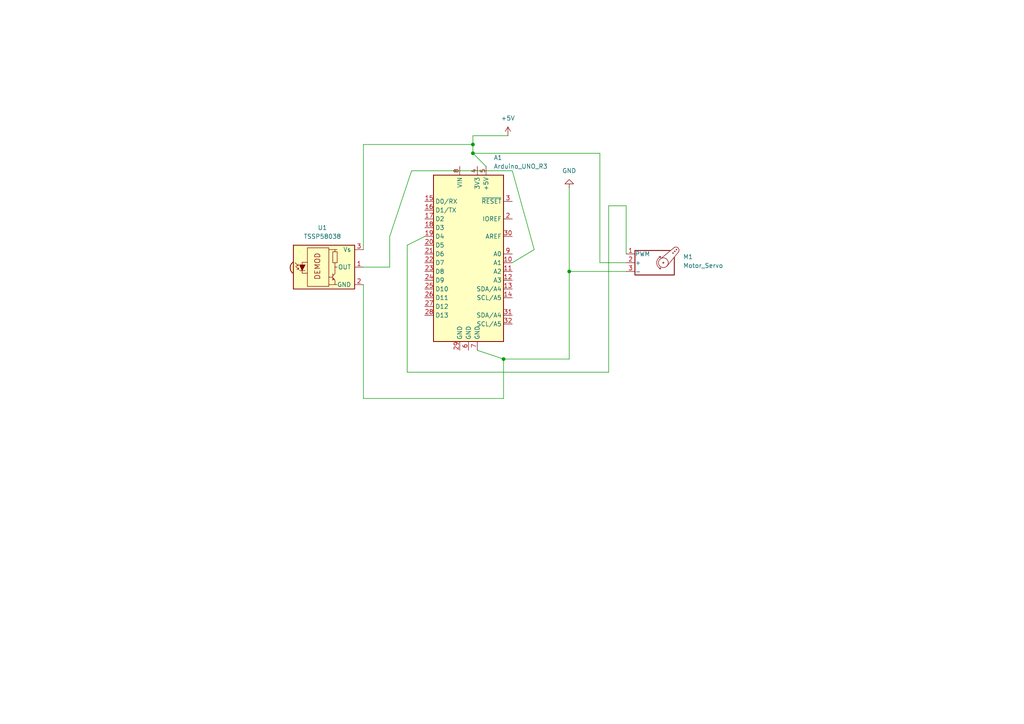
<source format=kicad_sch>
(kicad_sch (version 20231120) (generator "eeschema") (generator_version "8.0")
  (paper "A4")
  (lib_symbols
    (symbol "MCU_Module:Arduino_UNO_R3"
      (property "Reference" "A" (at -10.16 23.495 0))
      (property "Value" "Arduino_UNO_R3" (at 5.08 -26.67 0))
      (symbol "Arduino_UNO_R3_0_1"
        (rectangle (start -10.16 22.86) (end 10.16 -25.4) (stroke (width 0.254)) (fill (type background)))
      )
      (symbol "Arduino_UNO_R3_1_1"
        (pin no_connect line (at -10.16 -20.32 0) (length 2.54) hide (name "NC") (number "1"))
        (pin bidirectional line (at 12.7 -2.54 180) (length 2.54) (name "A1") (number "10"))
        (pin bidirectional line (at 12.7 -5.08 180) (length 2.54) (name "A2") (number "11"))
        (pin bidirectional line (at 12.7 -7.62 180) (length 2.54) (name "A3") (number "12"))
        (pin bidirectional line (at 12.7 -10.16 180) (length 2.54) (name "SDA/A4") (number "13"))
        (pin bidirectional line (at 12.7 -12.7 180) (length 2.54) (name "SCL/A5") (number "14"))
        (pin bidirectional line (at -12.7 15.24 0) (length 2.54) (name "D0/RX") (number "15"))
        (pin bidirectional line (at -12.7 12.7 0) (length 2.54) (name "D1/TX") (number "16"))
        (pin bidirectional line (at -12.7 10.16 0) (length 2.54) (name "D2") (number "17"))
        (pin bidirectional line (at -12.7 7.62 0) (length 2.54) (name "D3") (number "18"))
        (pin bidirectional line (at -12.7 5.08 0) (length 2.54) (name "D4") (number "19"))
        (pin output line (at 12.7 10.16 180) (length 2.54) (name "IOREF") (number "2"))
        (pin bidirectional line (at -12.7 2.54 0) (length 2.54) (name "D5") (number "20"))
        (pin bidirectional line (at -12.7 0 0) (length 2.54) (name "D6") (number "21"))
        (pin bidirectional line (at -12.7 -2.54 0) (length 2.54) (name "D7") (number "22"))
        (pin bidirectional line (at -12.7 -5.08 0) (length 2.54) (name "D8") (number "23"))
        (pin bidirectional line (at -12.7 -7.62 0) (length 2.54) (name "D9") (number "24"))
        (pin bidirectional line (at -12.7 -10.16 0) (length 2.54) (name "D10") (number "25"))
        (pin bidirectional line (at -12.7 -12.7 0) (length 2.54) (name "D11") (number "26"))
        (pin bidirectional line (at -12.7 -15.24 0) (length 2.54) (name "D12") (number "27"))
        (pin bidirectional line (at -12.7 -17.78 0) (length 2.54) (name "D13") (number "28"))
        (pin power_in line (at -2.54 -27.94 90) (length 2.54) (name "GND") (number "29"))
        (pin input line (at 12.7 15.24 180) (length 2.54) (name "~{RESET}") (number "3"))
        (pin input line (at 12.7 5.08 180) (length 2.54) (name "AREF") (number "30"))
        (pin bidirectional line (at 12.7 -17.78 180) (length 2.54) (name "SDA/A4") (number "31"))
        (pin bidirectional line (at 12.7 -20.32 180) (length 2.54) (name "SCL/A5") (number "32"))
        (pin power_out line (at 2.54 25.4 270) (length 2.54) (name "3V3") (number "4"))
        (pin power_out line (at 5.08 25.4 270) (length 2.54) (name "+5V") (number "5"))
        (pin power_in line (at 0 -27.94 90) (length 2.54) (name "GND") (number "6"))
        (pin power_in line (at 2.54 -27.94 90) (length 2.54) (name "GND") (number "7"))
        (pin power_in line (at -2.54 25.4 270) (length 2.54) (name "VIN") (number "8"))
        (pin bidirectional line (at 12.7 0 180) (length 2.54) (name "A0") (number "9"))
      )
    )
    (symbol "Motor:Motor_Servo" (pin_names (offset 0.0254))
      (property "Reference" "M" (at -5.08 4.445 0))
      (property "Value" "Motor_Servo" (at -5.08 -4.064 0))
      (symbol "Motor_Servo_0_1"
        (polyline (pts (xy 2.413 -1.778) (xy 2.032 -1.778)))
        (polyline (pts (xy 2.413 -1.778) (xy 2.286 -1.397)))
        (polyline (pts (xy 2.413 1.778) (xy 1.905 1.778)))
        (polyline (pts (xy 2.413 1.778) (xy 2.286 1.397)))
        (polyline (pts (xy 6.35 4.445) (xy 2.54 1.27)))
        (polyline (pts (xy 7.62 3.175) (xy 4.191 -1.016)))
        (polyline (pts (xy 5.08 3.556) (xy -5.08 3.556) (xy -5.08 -3.556) (xy 6.35 -3.556) (xy 6.35 1.524)) (stroke (width 0.254)))
        (arc (start 2.413 1.778) (mid 1.2406 0) (end 2.413 -1.778))
        (circle (center 3.175 0) (radius 0.1778))
        (circle (center 3.175 0) (radius 1.4224))
        (circle (center 5.969 2.794) (radius 0.127))
        (circle (center 6.477 3.302) (radius 0.127))
        (circle (center 6.985 3.81) (radius 0.127))
        (arc (start 7.62 3.175) (mid 7.4485 4.2735) (end 6.35 4.445))
      )
      (symbol "Motor_Servo_1_1"
        (pin passive line (at -7.62 2.54 0) (length 2.54) (name "PWM") (number "1"))
        (pin passive line (at -7.62 0 0) (length 2.54) (name "+") (number "2"))
        (pin passive line (at -7.62 -2.54 0) (length 2.54) (name "-") (number "3"))
      )
    )
    (symbol "Sensor_Proximity:TSSP58038" (pin_names (offset 1.016))
      (property "Reference" "U" (at -10.16 7.62 0))
      (property "Value" "TSSP58038" (at -10.16 -7.62 0))
      (symbol "TSSP58038_0_0"
        (arc (start -10.287 1.397) (mid -11.0899 -0.1852) (end -10.287 -1.778) (stroke (width 0.254)) (fill (type background)))
        (polyline (pts (xy 1.905 -5.08) (xy 0.127 -5.08)))
        (polyline (pts (xy 1.905 5.08) (xy 0.127 5.08)))
        (text "DEMOD" (at -3.175 0.254 900) (effects (font (size 1.524 1.524))))
      )
      (symbol "TSSP58038_0_1"
        (rectangle (start -6.096 5.588) (end 0.127 -5.588))
        (polyline (pts (xy -8.763 0.381) (xy -9.652 1.27)))
        (polyline (pts (xy -8.763 0.381) (xy -9.271 0.381)))
        (polyline (pts (xy -8.763 0.381) (xy -8.763 0.889)))
        (polyline (pts (xy -8.636 -0.635) (xy -9.525 0.254)))
        (polyline (pts (xy -8.636 -0.635) (xy -9.144 -0.635)))
        (polyline (pts (xy -8.636 -0.635) (xy -8.636 -0.127)))
        (polyline (pts (xy -8.382 -1.016) (xy -6.731 -1.016)))
        (polyline (pts (xy 1.27 -2.921) (xy 0.127 -2.921)))
        (polyline (pts (xy 1.27 -1.905) (xy 1.27 -3.81)))
        (polyline (pts (xy 1.397 -3.556) (xy 1.524 -3.556)))
        (polyline (pts (xy 1.651 -3.556) (xy 1.524 -3.556)))
        (polyline (pts (xy 1.651 -3.556) (xy 1.651 -3.302)))
        (polyline (pts (xy 1.905 0) (xy 1.905 1.27)))
        (polyline (pts (xy 1.905 4.445) (xy 1.905 5.08) (xy 2.54 5.08)))
        (polyline (pts (xy -8.382 0.635) (xy -6.731 0.635) (xy -7.62 -1.016) (xy -8.382 0.635)) (fill (type outline)))
        (polyline (pts (xy -6.096 1.397) (xy -7.62 1.397) (xy -7.62 -1.778) (xy -6.096 -1.778)))
        (polyline (pts (xy 1.27 -3.175) (xy 1.905 -3.81) (xy 1.905 -5.08) (xy 2.54 -5.08)))
        (polyline (pts (xy 1.27 -2.54) (xy 1.905 -1.905) (xy 1.905 0) (xy 2.54 0)))
        (rectangle (start 2.54 1.27) (end 1.27 4.445))
        (rectangle (start 7.62 6.35) (end -10.16 -6.35) (stroke (width 0.254)) (fill (type background)))
      )
      (symbol "TSSP58038_1_1"
        (pin output line (at 10.16 0 180) (length 2.54) (name "OUT") (number "1"))
        (pin power_in line (at 10.16 -5.08 180) (length 2.54) (name "GND") (number "2"))
        (pin power_in line (at 10.16 5.08 180) (length 2.54) (name "Vs") (number "3"))
      )
    )
    (symbol "power:+5V" (power) (pin_numbers hide) (pin_names (offset 0) hide)
      (property "Value" "+5V" (at 0 3.556 0))
      (symbol "+5V_0_1"
        (polyline (pts (xy -0.762 1.27) (xy 0 2.54)))
        (polyline (pts (xy 0 0) (xy 0 2.54)))
        (polyline (pts (xy 0 2.54) (xy 0.762 1.27)))
      )
      (symbol "+5V_1_1"
        (pin power_in line (at 0 0 90) (length 0) (name "~") (number "1"))
      )
    )
    (symbol "power:GND" (power) (pin_numbers hide) (pin_names (offset 0) hide)
      (property "Value" "GND" (at 0 -3.81 0))
      (symbol "GND_0_1"
        (polyline (pts (xy 0 0) (xy 0 -1.27) (xy 1.27 -1.27) (xy 0 -2.54) (xy -1.27 -1.27) (xy 0 -1.27)))
      )
      (symbol "GND_1_1"
        (pin power_in line (at 0 0 270) (length 0) (name "~") (number "1"))
      )
    )
  )
  (junction (at 146.05 104.14))
  (junction (at 137.16 41.91))
  (junction (at 165.1 78.74))
  (junction (at 137.16 44.45))
  (wire (pts (xy 113.03 77.47) (xy 113.03 68.58)))
  (wire (pts (xy 173.99 44.45) (xy 137.16 44.45)))
  (wire (pts (xy 105.41 41.91) (xy 137.16 41.91)))
  (wire (pts (xy 137.16 41.91) (xy 137.16 44.45)))
  (wire (pts (xy 173.99 76.2) (xy 173.99 44.45)))
  (wire (pts (xy 165.1 78.74) (xy 165.1 104.14)))
  (wire (pts (xy 105.41 77.47) (xy 113.03 77.47)))
  (wire (pts (xy 105.41 115.57) (xy 146.05 115.57)))
  (wire (pts (xy 176.53 59.69) (xy 181.61 59.69)))
  (wire (pts (xy 146.05 115.57) (xy 146.05 104.14)))
  (wire (pts (xy 165.1 104.14) (xy 146.05 104.14)))
  (wire (pts (xy 147.32 39.37) (xy 137.16 39.37)))
  (wire (pts (xy 165.1 78.74) (xy 181.61 78.74)))
  (wire (pts (xy 105.41 72.39) (xy 105.41 41.91)))
  (wire (pts (xy 148.59 49.53) (xy 154.94 72.39)))
  (wire (pts (xy 137.16 39.37) (xy 137.16 41.91)))
  (wire (pts (xy 154.94 72.39) (xy 148.59 76.2)))
  (wire (pts (xy 181.61 76.2) (xy 173.99 76.2)))
  (wire (pts (xy 113.03 68.58) (xy 119.38 49.53)))
  (wire (pts (xy 118.11 71.12) (xy 118.11 107.95)))
  (wire (pts (xy 123.19 68.58) (xy 118.11 71.12)))
  (wire (pts (xy 181.61 59.69) (xy 181.61 73.66)))
  (wire (pts (xy 176.53 107.95) (xy 176.53 59.69)))
  (wire (pts (xy 118.11 107.95) (xy 176.53 107.95)))
  (wire (pts (xy 105.41 82.55) (xy 105.41 115.57)))
  (wire (pts (xy 119.38 49.53) (xy 148.59 49.53)))
  (wire (pts (xy 165.1 54.61) (xy 165.1 78.74)))
  (wire (pts (xy 137.16 44.45) (xy 140.97 48.26)))
  (wire (pts (xy 146.05 104.14) (xy 138.43 101.6)))
  (symbol (lib_id "Motor:Motor_Servo") (at 189.23 76.2 0) (unit 1)
    (property "Reference" "M1" (at 198.12 74.4965 0) (effects (justify left)))
    (property "Value" "Motor_Servo" (at 198.12 77.0365 0) (effects (justify left)))
    (property "Footprint" "Motors:Vybronics_VZ30C1T8219732L" (effects (hide yes)))
    (property "Datasheet" "http://forums.parallax.com/uploads/attachments/46831/74481.png" (effects (hide yes)))
    (property "Description" "Servo Motor (Futaba, HiTec, JR connector)" (effects (hide yes)))
  )
  (symbol (lib_id "Sensor_Proximity:TSSP58038") (at 95.25 77.47 0) (unit 1)
    (property "Reference" "U1" (at 93.515 66.04 0))
    (property "Value" "TSSP58038" (at 93.515 68.58 0))
    (property "Footprint" "OptoDevice:Vishay_MINICAST-3Pin" (effects (hide yes)))
    (property "Datasheet" "http://www.vishay.com/docs/82476/tssp58p38.pdf" (effects (hide yes)))
    (property "Description" "IR Detector for Mid Range Proximity Sensor" (effects (hide yes)))
  )
  (symbol (lib_id "power:GND") (at 165.1 54.61 180) (unit 1)
    (property "Reference" "#PWR02" (effects (hide yes)))
    (property "Value" "GND" (at 165.1 49.53 0))
    (property "Description" "Power symbol creates a global label with name \"GND\" , ground" (effects (hide yes)))
  )
  (symbol (lib_id "MCU_Module:Arduino_UNO_R3") (at 135.89 73.66 0) (unit 1)
    (property "Reference" "A1" (at 143.1641 45.72 0) (effects (justify left)))
    (property "Value" "Arduino_UNO_R3" (at 143.1641 48.26 0) (effects (justify left)))
    (property "Footprint" "Module:Arduino_UNO_R3" (effects (hide yes)))
    (property "Datasheet" "https://www.arduino.cc/en/Main/arduinoBoardUno" (effects (hide yes)))
    (property "Description" "Arduino UNO Microcontroller Module, release 3" (effects (hide yes)))
  )
  (symbol (lib_id "power:+5V") (at 147.32 39.37 0) (unit 1)
    (property "Reference" "#PWR01" (effects (hide yes)))
    (property "Value" "+5V" (at 147.32 34.29 0))
    (property "Description" "Power symbol creates a global label with name \"+5V\"" (effects (hide yes)))
  )
)
</source>
